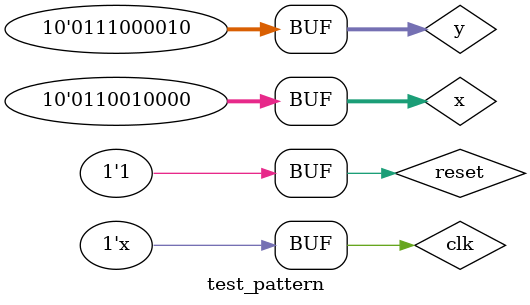
<source format=v>
module test_pattern;

wire [9:0] r;
wire [9:0] g;
wire [9:0] b;
reg  [9:0] x;
reg  [9:0] y;
reg        clk;
reg        reset;

pattern p(r, g, b, x, y, clk, reset);

always begin
	#1 clk = !clk;
end

initial begin
	clk = 0;
	reset = 1;
	#1
	
	#2
	x  = 10'd50;
	y  = 10'd42;
	
	#2
	x  = 10'd500;
	y  = 10'd38;
	
	#2
	x  = 10'd600;
	y  = 10'd256;
	
	#2
	x  = 10'd400;
	y  = 10'd450;
end
	
endmodule

</source>
